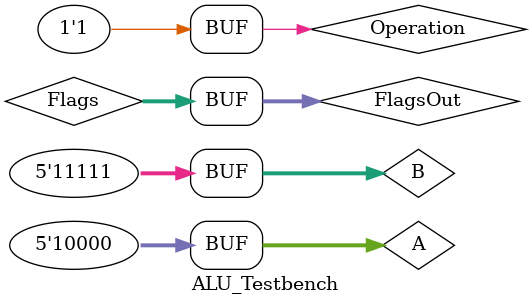
<source format=v>
`include "./alu.v"
`include "./multiplication.v"
`include "./division.v"
`include "./inversion.v"
`include "./addition.v"

module ALU_Testbench ();

    parameter l = 5;
    parameter lv = l-1;
    parameter p = 0;

    reg [p:0] Operation;
    reg signed [lv:0] A;
    reg signed [lv:0] B;
    reg [lv:0] Flags;
    wire signed [lv:0] R;
    wire [lv:0] FlagsOut;

    ALU #(l, p) alu(
        .Operation(Operation),
        .A(A), .B(B),
        .FlagsIn(Flags),

        .R(R),
        .FlagsOut(FlagsOut)
    );

    always @(FlagsOut) begin
        Flags = FlagsOut;
    end

    initial begin
        $dumpfile("wave.vcd");
        $dumpvars(0, ALU_Testbench);

        Flags = 16'd0;
        #20;

        $monitor("Operation=%d\nA=%d\nB=%d\nFlags=%b\nR=%d\n\n", Operation, A, B, Flags, R);
        
        $display("Testing division:");
        Operation = 1'd0;
        A = 16'sd6;
        B = 16'sd3;
        #10;

        Operation = 1'd0;
        A = 16'sd6;
        B = 16'sd4;
        #10;
        

        Operation = 1'd0;
        A = 16'sd6;
        B = 16'sd0;
        #10;

        Operation = 1'd0;
        A = -16'sd6;
        B = -16'sd3;
        #10;

        Operation = 1'd0;
        A = -16'sd6;
        B = 16'sd3;
        #10;

        Operation = 1'd0;
        A = -16'sd16;
        B = -16'sd1;
        #10;

        $display("Testing multiplication:");
        Operation = 1'd1;
        A = 16'sd2;
        B = 16'sd3;
        #10;

        Operation = 1'd1;
        A = 16'sd6;
        B = 16'sd6;
        #10;

        Operation = 1'd1;
        A = -16'sd16;
        B = 16'sd1;
        #10;

        Operation = 1'd1;
        A = -16'sd16;
        B = -16'sd1;
        #10;
    end
endmodule
</source>
